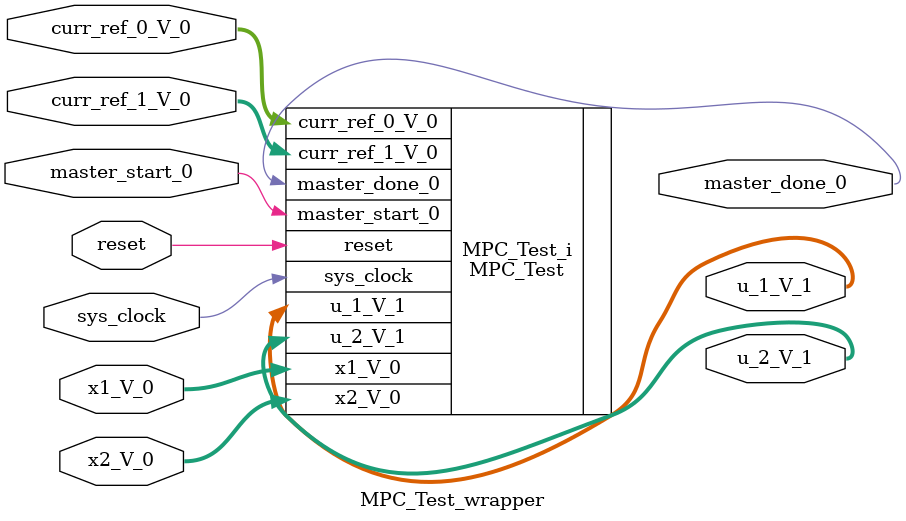
<source format=v>
`timescale 1 ps / 1 ps

module MPC_Test_wrapper
   (curr_ref_0_V_0,
    curr_ref_1_V_0,
    master_done_0,
    master_start_0,
    reset,
    sys_clock,
    u_1_V_1,
    u_2_V_1,
    x1_V_0,
    x2_V_0);
  input [15:0]curr_ref_0_V_0;
  input [15:0]curr_ref_1_V_0;
  output master_done_0;
  input master_start_0;
  input reset;
  input sys_clock;
  output [15:0]u_1_V_1;
  output [15:0]u_2_V_1;
  input [15:0]x1_V_0;
  input [15:0]x2_V_0;

  wire [15:0]curr_ref_0_V_0;
  wire [15:0]curr_ref_1_V_0;
  wire master_done_0;
  wire master_start_0;
  wire reset;
  wire sys_clock;
  wire [15:0]u_1_V_1;
  wire [15:0]u_2_V_1;
  wire [15:0]x1_V_0;
  wire [15:0]x2_V_0;

  MPC_Test MPC_Test_i
       (.curr_ref_0_V_0(curr_ref_0_V_0),
        .curr_ref_1_V_0(curr_ref_1_V_0),
        .master_done_0(master_done_0),
        .master_start_0(master_start_0),
        .reset(reset),
        .sys_clock(sys_clock),
        .u_1_V_1(u_1_V_1),
        .u_2_V_1(u_2_V_1),
        .x1_V_0(x1_V_0),
        .x2_V_0(x2_V_0));
endmodule

</source>
